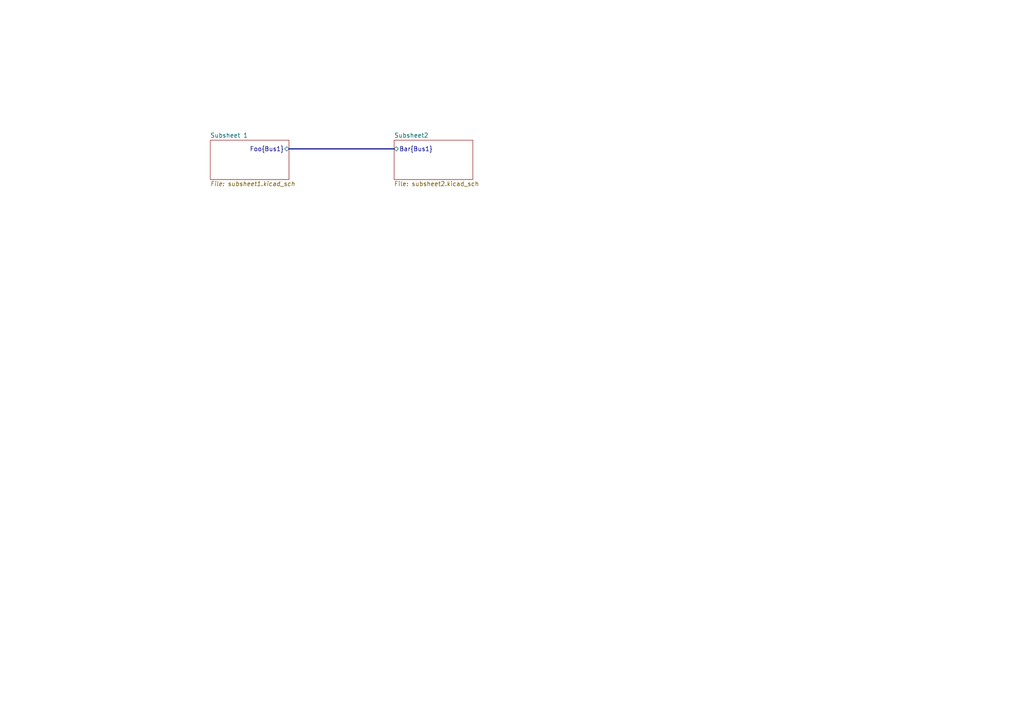
<source format=kicad_sch>
(kicad_sch (version 20210126) (generator eeschema)
  (paper "A4")
  (lib_symbols)
  (bus (pts (xy 83.82 43.18) (xy 114.3 43.18)))
  (sheet (at 60.96 40.64) (size 22.86 11.43) (stroke (width 0.001))
    (property "Sheet name" "Subsheet 1" (at 60.96 40.0041 0) (effects (justify left bottom)))
    (property "Sheet file" "subsheet1.kicad_sch" (at 60.96 52.5789 0) (effects (font italic) (justify left top)))
    (pin "Foo{Bus1}" bidirectional (at 83.82 43.18 0))
  )
  (sheet (at 114.3 40.64) (size 22.86 11.43) (stroke (width 0.001))
    (property "Sheet name" "Subsheet2" (at 114.3 40.0041 0) (effects (justify left bottom)))
    (property "Sheet file" "subsheet2.kicad_sch" (at 114.3 52.5789 0) (effects (justify left top)))
    (pin "Bar{Bus1}" bidirectional (at 114.3 43.18 180))
  )
)
</source>
